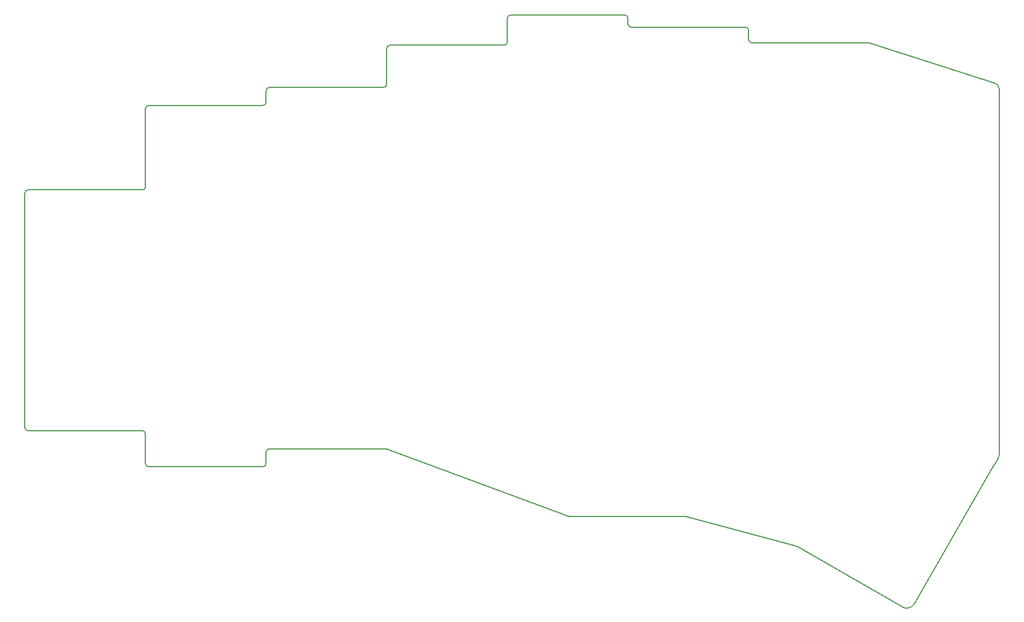
<source format=gbr>
%TF.GenerationSoftware,KiCad,Pcbnew,(6.0.0)*%
%TF.CreationDate,2022-01-01T14:13:38+04:00*%
%TF.ProjectId,bottom plate,626f7474-6f6d-4207-906c-6174652e6b69,rev?*%
%TF.SameCoordinates,Original*%
%TF.FileFunction,Profile,NP*%
%FSLAX46Y46*%
G04 Gerber Fmt 4.6, Leading zero omitted, Abs format (unit mm)*
G04 Created by KiCad (PCBNEW (6.0.0)) date 2022-01-01 14:13:38*
%MOMM*%
%LPD*%
G01*
G04 APERTURE LIST*
%TA.AperFunction,Profile*%
%ADD10C,0.150000*%
%TD*%
G04 APERTURE END LIST*
D10*
X83354668Y-78871995D02*
X83354662Y-66531994D01*
X64304664Y-116921995D02*
G75*
G03*
X64804665Y-117421995I500000J0D01*
G01*
X102404663Y-122631995D02*
X102404659Y-120781997D01*
X64804667Y-79371992D02*
G75*
G03*
X64304665Y-79871991I3J-500005D01*
G01*
X101904663Y-123131997D02*
G75*
G03*
X102404663Y-122631995I0J500000D01*
G01*
X83854664Y-66031996D02*
G75*
G03*
X83354662Y-66531994I-9J-499993D01*
G01*
X168389664Y-130944498D02*
X150199664Y-130944498D01*
X178604663Y-55629496D02*
G75*
G03*
X179104667Y-56129496I500010J10D01*
G01*
X102904663Y-63179496D02*
X120954662Y-63179497D01*
X141004661Y-51749495D02*
G75*
G03*
X140504659Y-52249495I3J-500005D01*
G01*
X102904663Y-63179496D02*
G75*
G03*
X102404663Y-63679495I5J-500005D01*
G01*
X202776846Y-145243837D02*
X186439664Y-135814498D01*
X64804667Y-79371992D02*
X82854666Y-79371994D01*
X217119664Y-123304498D02*
X218009664Y-121814498D01*
X121454658Y-62679497D02*
X121454664Y-57009495D01*
X141004661Y-51749495D02*
X159054665Y-51749493D01*
X83354666Y-117921994D02*
G75*
G03*
X82854666Y-117421994I-500001J-1D01*
G01*
X218009664Y-121814498D02*
G75*
G03*
X218179714Y-121254498I-878639J572627D01*
G01*
X121954666Y-56509497D02*
G75*
G03*
X121454664Y-57009495I-4J-499998D01*
G01*
X82854666Y-79371994D02*
G75*
G03*
X83354668Y-78871995I7J499995D01*
G01*
X159554665Y-53149494D02*
G75*
G03*
X160054665Y-53649495I499998J-3D01*
G01*
X83854664Y-66031996D02*
X101904667Y-66031996D01*
X120954662Y-63179497D02*
G75*
G03*
X121454658Y-62679497I-7J500003D01*
G01*
X159554667Y-52249495D02*
X159554665Y-53149494D01*
X218179714Y-121254498D02*
X218179714Y-63444498D01*
X149784372Y-130854186D02*
X121454663Y-120282000D01*
X102404666Y-65531998D02*
X102404663Y-63679495D01*
X197869664Y-56194498D02*
G75*
G03*
X197499664Y-56134448I-339434J-921523D01*
G01*
X83354666Y-117921994D02*
X83354665Y-122631998D01*
X140004668Y-56509498D02*
G75*
G03*
X140504667Y-56009496I1J499998D01*
G01*
X160054665Y-53649495D02*
X178104667Y-53649496D01*
X204704858Y-144864346D02*
X217119664Y-123304498D01*
X101904667Y-66031996D02*
G75*
G03*
X102404666Y-65531998I-1J500000D01*
G01*
X202776846Y-145243837D02*
G75*
G03*
X204704858Y-144864346I774999J1149997D01*
G01*
X102904666Y-120281997D02*
G75*
G03*
X102404659Y-120781997I-7J-500000D01*
G01*
X149784372Y-130854186D02*
G75*
G03*
X150199664Y-130944498I415618J911184D01*
G01*
X218179714Y-63444498D02*
G75*
G03*
X217429664Y-62484498I-989402J-14D01*
G01*
X186439664Y-135814498D02*
G75*
G03*
X186059664Y-135654498I-592196J-875217D01*
G01*
X178604661Y-54149497D02*
X178604663Y-55629496D01*
X179104667Y-56129496D02*
X197499664Y-56134448D01*
X64304664Y-116921995D02*
X64304665Y-79871991D01*
X83854665Y-123131996D02*
X101904663Y-123131997D01*
X168679664Y-130994498D02*
G75*
G03*
X168389664Y-130944498I-311643J-941529D01*
G01*
X83354665Y-122631998D02*
G75*
G03*
X83854665Y-123131996I499995J-3D01*
G01*
X102904666Y-120281997D02*
X121454663Y-120282000D01*
X186059664Y-135654498D02*
X168679664Y-130994498D01*
X64804665Y-117421995D02*
X82854666Y-117421994D01*
X140504667Y-56009496D02*
X140504659Y-52249495D01*
X197869664Y-56194498D02*
X217429664Y-62484498D01*
X159554667Y-52249495D02*
G75*
G03*
X159054665Y-51749493I-500001J1D01*
G01*
X121954666Y-56509497D02*
X140004668Y-56509498D01*
X178604661Y-54149497D02*
G75*
G03*
X178104667Y-53649496I-500003J-2D01*
G01*
M02*

</source>
